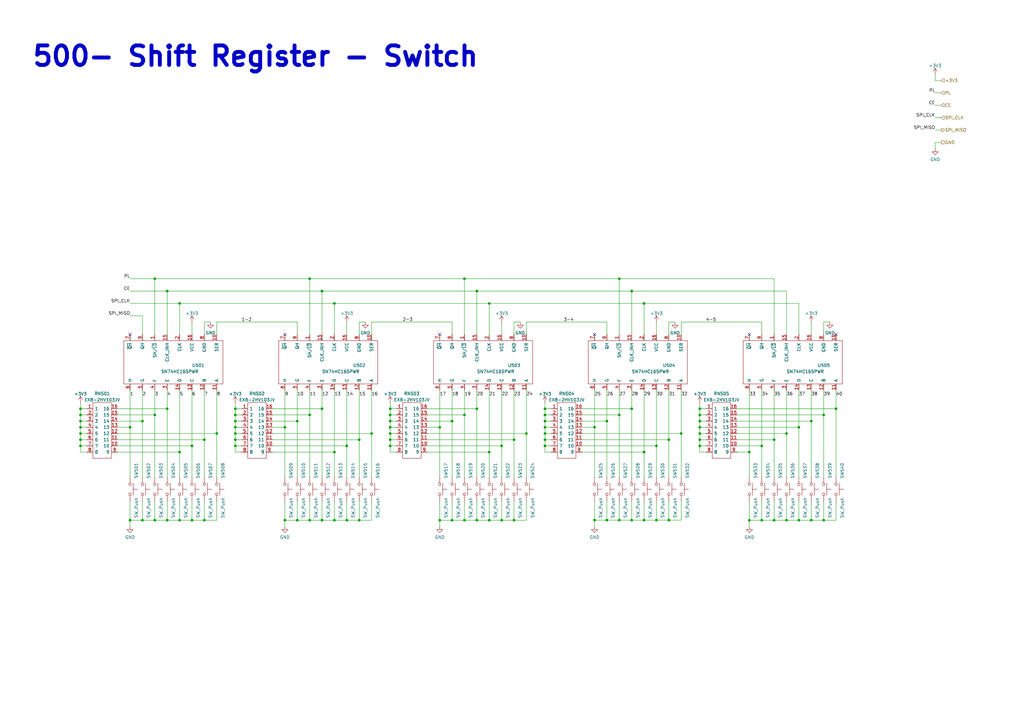
<source format=kicad_sch>
(kicad_sch (version 20230121) (generator eeschema)
  (paper "A3")
  (title_block (title "PMK_Keyboard") (date "2023-02-06") (rev "HW00") (company "PumaCorp") (comment 1 "Design by: NdG"))
  (lib_symbols
    (symbol "Component lib:EXB-2HV103JV" (pin_names (offset 0.762))
      (property "Reference" "RN" (at 1.27 7.62 0))
      (property "Value" "EXB-2HV103JV" (at 1.27 5.08 0))
      (symbol "EXB-2HV103JV_0_0"
        (pin passive line (at 0 0 0) (length 2.54) (name "1") (number "1"))
        (pin passive line (at 12.7 -15.24 180) (length 2.54) (name "10") (number "10"))
        (pin passive line (at 12.7 -12.7 180) (length 2.54) (name "11") (number "11"))
        (pin passive line (at 12.7 -10.16 180) (length 2.54) (name "12") (number "12"))
        (pin passive line (at 12.7 -7.62 180) (length 2.54) (name "13") (number "13"))
        (pin passive line (at 12.7 -5.08 180) (length 2.54) (name "14") (number "14"))
        (pin passive line (at 12.7 -2.54 180) (length 2.54) (name "15") (number "15"))
        (pin passive line (at 12.7 0 180) (length 2.54) (name "16") (number "16"))
        (pin passive line (at 0 -2.54 0) (length 2.54) (name "2") (number "2"))
        (pin passive line (at 0 -5.08 0) (length 2.54) (name "3") (number "3"))
        (pin passive line (at 0 -7.62 0) (length 2.54) (name "4") (number "4"))
        (pin passive line (at 0 -10.16 0) (length 2.54) (name "5") (number "5"))
        (pin passive line (at 0 -12.7 0) (length 2.54) (name "6") (number "6"))
        (pin passive line (at 0 -15.24 0) (length 2.54) (name "7") (number "7"))
        (pin passive line (at 0 -17.78 0) (length 2.54) (name "8") (number "8"))
        (pin passive line (at 12.7 -17.78 180) (length 2.54) (name "9") (number "9"))
      )
      (symbol "EXB-2HV103JV_0_1"
        (polyline (pts (xy 2.54 2.54) (xy 10.16 2.54) (xy 10.16 -20.32) (xy 2.54 -20.32) (xy 2.54 2.54)) (stroke (width 0.1524)))
      )
    )
    (symbol "Component_lib:SN74HC165PWR" (pin_names (offset 0.762))
      (property "Reference" "U" (at 2.54 5.08 0))
      (property "Value" "SN74HC165PWR" (at 7.62 5.08 0))
      (symbol "SN74HC165PWR_0_0"
        (pin passive line (at 22.86 -10.16 180) (length 2.54) (name "SH/~{LD}") (number "1"))
        (pin passive line (at 22.86 -35.56 180) (length 2.54) (name "SER") (number "10"))
        (pin passive line (at 0 -35.56 0) (length 2.54) (name "A") (number "11"))
        (pin passive line (at 0 -30.48 0) (length 2.54) (name "B") (number "12"))
        (pin passive line (at 0 -25.4 0) (length 2.54) (name "C") (number "13"))
        (pin passive line (at 0 -20.32 0) (length 2.54) (name "D") (number "14"))
        (pin passive line (at 22.86 -15.24 180) (length 2.54) (name "CLK_INH") (number "15"))
        (pin passive line (at 22.86 -25.4 180) (length 2.54) (name "VCC") (number "16"))
        (pin passive line (at 22.86 -20.32 180) (length 2.54) (name "CLK") (number "2"))
        (pin passive line (at 0 -15.24 0) (length 2.54) (name "E") (number "3"))
        (pin passive line (at 0 -10.16 0) (length 2.54) (name "F") (number "4"))
        (pin passive line (at 0 -5.08 0) (length 2.54) (name "G") (number "5"))
        (pin passive line (at 0 0 0) (length 2.54) (name "H") (number "6"))
        (pin passive line (at 22.86 0 180) (length 2.54) (name "~{QH}") (number "7"))
        (pin passive line (at 22.86 -30.48 180) (length 2.54) (name "GND") (number "8"))
        (pin passive line (at 22.86 -5.08 180) (length 2.54) (name "QH") (number "9"))
      )
      (symbol "SN74HC165PWR_0_1"
        (rectangle (start 2.54 2.54) (end 20.32 -38.1) (stroke (width 0.1524)))
      )
    )
    (symbol "Switch:SW_Push" (pin_numbers hide) (pin_names (offset 1.016) hide)
      (property "Reference" "SW" (at 1.27 2.54 0))
      (property "Value" "SW_Push" (at 0 -1.524 0))
      (symbol "SW_Push_0_1"
        (circle (center -2.032 0) (radius 0.508))
        (polyline (pts (xy 0 1.27) (xy 0 3.048)))
        (polyline (pts (xy 2.54 1.27) (xy -2.54 1.27)))
        (circle (center 2.032 0) (radius 0.508))
        (pin passive line (at -5.08 0 0) (length 2.54) (name "1") (number "1"))
        (pin passive line (at 5.08 0 180) (length 2.54) (name "2") (number "2"))
      )
    )
    (symbol "power:+3V3" (power) (pin_names (offset 0))
      (property "Value" "+3V3" (at 0 3.556 0))
      (symbol "+3V3_0_1"
        (polyline (pts (xy -0.762 1.27) (xy 0 2.54)))
        (polyline (pts (xy 0 0) (xy 0 2.54)))
        (polyline (pts (xy 0 2.54) (xy 0.762 1.27)))
      )
      (symbol "+3V3_1_1"
        (pin power_in line (at 0 0 90) (length 0) hide (name "+3V3") (number "1"))
      )
    )
    (symbol "power:GND" (power) (pin_names (offset 0))
      (property "Value" "GND" (at 0 -3.81 0))
      (symbol "GND_0_1"
        (polyline (pts (xy 0 0) (xy 0 -1.27) (xy 1.27 -1.27) (xy 0 -2.54) (xy -1.27 -1.27) (xy 0 -1.27)))
      )
      (symbol "GND_1_1"
        (pin power_in line (at 0 0 270) (length 0) hide (name "GND") (number "1"))
      )
    )
  )
  (junction (at 137.16 124.46))
  (junction (at 342.9 167.64))
  (junction (at 223.52 177.8))
  (junction (at 287.02 167.64))
  (junction (at 160.02 175.26))
  (junction (at 127 170.18))
  (junction (at 287.02 182.88))
  (junction (at 121.92 213.36))
  (junction (at 287.02 172.72))
  (junction (at 327.66 213.36))
  (junction (at 68.58 213.36))
  (junction (at 33.02 180.34))
  (junction (at 142.24 182.88))
  (junction (at 307.34 213.36))
  (junction (at 33.02 170.18))
  (junction (at 142.24 213.36))
  (junction (at 317.5 180.34))
  (junction (at 96.52 175.26))
  (junction (at 243.84 213.3229))
  (junction (at 337.82 213.36))
  (junction (at 132.08 213.36))
  (junction (at 190.5 114.3))
  (junction (at 137.16 213.36))
  (junction (at 190.5 213.36))
  (junction (at 223.52 180.34))
  (junction (at 33.02 167.64))
  (junction (at 33.02 182.88))
  (junction (at 83.82 180.34))
  (junction (at 63.5 170.18))
  (junction (at 307.34 185.42))
  (junction (at 185.42 213.36))
  (junction (at 147.32 180.34))
  (junction (at 127 213.36))
  (junction (at 33.02 177.8))
  (junction (at 254 213.3229))
  (junction (at 127 114.3))
  (junction (at 116.84 213.36))
  (junction (at 96.52 180.34))
  (junction (at 205.74 182.88))
  (junction (at 223.52 175.26))
  (junction (at 287.02 170.18))
  (junction (at 269.24 213.3229))
  (junction (at 73.66 124.46))
  (junction (at 58.42 213.36))
  (junction (at 160.02 180.34))
  (junction (at 287.02 180.34))
  (junction (at 185.42 172.72))
  (junction (at 248.92 172.72))
  (junction (at 243.84 175.26))
  (junction (at 195.58 213.36))
  (junction (at 53.34 213.36))
  (junction (at 248.92 213.3229))
  (junction (at 274.32 180.34))
  (junction (at 205.74 213.36))
  (junction (at 96.52 177.8))
  (junction (at 33.02 175.26))
  (junction (at 160.02 170.18))
  (junction (at 317.5 213.36))
  (junction (at 210.82 213.36))
  (junction (at 195.58 167.64))
  (junction (at 259.08 167.64))
  (junction (at 63.5 114.3))
  (junction (at 137.16 185.42))
  (junction (at 73.66 185.42))
  (junction (at 190.5 170.18))
  (junction (at 312.42 213.36))
  (junction (at 33.02 172.72))
  (junction (at 215.9 177.8))
  (junction (at 254 170.18))
  (junction (at 195.58 119.38))
  (junction (at 116.84 175.26))
  (junction (at 132.08 119.38))
  (junction (at 223.52 172.72))
  (junction (at 200.66 185.42))
  (junction (at 264.16 213.3229))
  (junction (at 223.52 170.18))
  (junction (at 210.82 180.34))
  (junction (at 200.66 124.46))
  (junction (at 274.32 213.3229))
  (junction (at 58.42 172.72))
  (junction (at 53.34 175.26))
  (junction (at 269.24 182.88))
  (junction (at 63.5 213.36))
  (junction (at 264.16 124.46))
  (junction (at 259.08 213.3229))
  (junction (at 96.52 167.64))
  (junction (at 287.02 175.26))
  (junction (at 287.02 177.8))
  (junction (at 83.82 213.36))
  (junction (at 78.74 213.36))
  (junction (at 96.52 182.88))
  (junction (at 96.52 172.72))
  (junction (at 73.66 213.36))
  (junction (at 322.58 177.8))
  (junction (at 279.4 177.8))
  (junction (at 96.52 170.18))
  (junction (at 327.66 175.26))
  (junction (at 332.74 213.36))
  (junction (at 259.08 119.38))
  (junction (at 312.42 182.88))
  (junction (at 121.92 172.72))
  (junction (at 337.82 170.18))
  (junction (at 180.34 175.26))
  (junction (at 132.08 167.64))
  (junction (at 180.34 213.36))
  (junction (at 322.58 213.36))
  (junction (at 78.74 182.88))
  (junction (at 160.02 172.72))
  (junction (at 160.02 177.8))
  (junction (at 68.58 167.64))
  (junction (at 160.02 167.64))
  (junction (at 223.52 167.64))
  (junction (at 88.9 177.8))
  (junction (at 223.52 182.88))
  (junction (at 264.16 185.42))
  (junction (at 147.32 213.36))
  (junction (at 68.58 119.38))
  (junction (at 200.66 213.36))
  (junction (at 332.74 172.72))
  (junction (at 160.02 182.88))
  (junction (at 152.4 177.8))
  (junction (at 254 114.3))
  (no_connect (at 180.34 137.16))
  (no_connect (at 342.9 137.16))
  (no_connect (at 307.34 137.16))
  (no_connect (at 53.34 137.16))
  (no_connect (at 243.84 137.16))
  (no_connect (at 116.84 137.16))
  (wire (pts (xy 205.74 205.74) (xy 205.74 213.36)))
  (wire (pts (xy 195.58 205.74) (xy 195.58 213.36)))
  (wire (pts (xy 33.02 175.26) (xy 33.02 177.8)))
  (wire (pts (xy 200.66 213.36) (xy 195.58 213.36)))
  (wire (pts (xy 185.42 160.02) (xy 185.42 172.72)))
  (wire (pts (xy 78.74 132.08) (xy 78.74 137.16)))
  (wire (pts (xy 132.08 213.36) (xy 127 213.36)))
  (wire (pts (xy 337.82 170.18) (xy 337.82 195.58)))
  (wire (pts (xy 274.32 180.34) (xy 274.32 195.58)))
  (wire (pts (xy 215.9 132.08) (xy 248.92 132.08)))
  (wire (pts (xy 127 205.74) (xy 127 213.36)))
  (wire (pts (xy 210.82 160.02) (xy 210.82 180.34)))
  (wire (pts (xy 215.9 137.16) (xy 215.9 132.08)))
  (wire (pts (xy 279.4 177.8) (xy 279.4 195.58)))
  (wire (pts (xy 287.02 172.72) (xy 287.02 175.26)))
  (wire (pts (xy 96.52 175.26) (xy 99.06 175.26)))
  (wire (pts (xy 190.5 114.3) (xy 190.5 137.16)))
  (wire (pts (xy 248.92 172.72) (xy 248.92 195.58)))
  (wire (pts (xy 200.66 205.74) (xy 200.66 213.36)))
  (wire (pts (xy 88.9 213.36) (xy 83.82 213.36)))
  (wire (pts (xy 337.82 132.08) (xy 337.82 137.16)))
  (wire (pts (xy 340.36 132.08) (xy 337.82 132.08)))
  (wire (pts (xy 142.24 182.88) (xy 142.24 195.58)))
  (wire (pts (xy 238.76 177.8) (xy 279.4 177.8)))
  (wire (pts (xy 185.42 213.36) (xy 185.42 205.74)))
  (wire (pts (xy 223.52 167.64) (xy 226.06 167.64)))
  (wire (pts (xy 88.9 205.74) (xy 88.9 213.36)))
  (wire (pts (xy 78.74 182.88) (xy 78.74 195.58)))
  (wire (pts (xy 327.66 124.46) (xy 327.66 137.16)))
  (wire (pts (xy 142.24 213.36) (xy 137.16 213.36)))
  (wire (pts (xy 322.58 177.8) (xy 322.58 195.58)))
  (wire (pts (xy 238.76 185.42) (xy 264.16 185.42)))
  (wire (pts (xy 86.36 132.08) (xy 83.82 132.08)))
  (wire (pts (xy 96.52 165.1) (xy 96.52 167.64)))
  (wire (pts (xy 195.58 160.02) (xy 195.58 167.64)))
  (wire (pts (xy 175.26 172.72) (xy 185.42 172.72)))
  (wire (pts (xy 264.16 160.02) (xy 264.16 185.42)))
  (wire (pts (xy 111.76 182.88) (xy 142.24 182.88)))
  (wire (pts (xy 307.34 160.02) (xy 307.34 185.42)))
  (wire (pts (xy 383.54 43.18) (xy 386.08 43.18)))
  (wire (pts (xy 33.02 167.64) (xy 33.02 170.18)))
  (wire (pts (xy 327.66 175.26) (xy 327.66 195.58)))
  (wire (pts (xy 223.52 177.8) (xy 223.52 180.34)))
  (wire (pts (xy 342.9 205.74) (xy 342.9 213.36)))
  (wire (pts (xy 96.52 172.72) (xy 96.52 175.26)))
  (wire (pts (xy 96.52 172.72) (xy 99.06 172.72)))
  (wire (pts (xy 264.16 124.46) (xy 327.66 124.46)))
  (wire (pts (xy 223.52 182.88) (xy 223.52 185.42)))
  (wire (pts (xy 254 114.3) (xy 317.5 114.3)))
  (wire (pts (xy 259.08 167.64) (xy 259.08 195.58)))
  (wire (pts (xy 48.26 177.8) (xy 88.9 177.8)))
  (wire (pts (xy 96.52 182.88) (xy 99.06 182.88)))
  (wire (pts (xy 342.9 213.36) (xy 337.82 213.36)))
  (wire (pts (xy 33.02 175.26) (xy 35.56 175.26)))
  (wire (pts (xy 302.26 180.34) (xy 317.5 180.34)))
  (wire (pts (xy 259.08 119.38) (xy 259.08 137.16)))
  (wire (pts (xy 223.52 170.18) (xy 223.52 172.72)))
  (wire (pts (xy 223.52 172.72) (xy 223.52 175.26)))
  (wire (pts (xy 215.9 213.36) (xy 210.82 213.36)))
  (wire (pts (xy 160.02 182.88) (xy 162.56 182.88)))
  (wire (pts (xy 200.66 124.46) (xy 200.66 137.16)))
  (wire (pts (xy 190.5 170.18) (xy 190.5 195.58)))
  (wire (pts (xy 53.34 215.9) (xy 53.34 213.36)))
  (wire (pts (xy 63.5 213.36) (xy 58.42 213.36)))
  (wire (pts (xy 137.16 160.02) (xy 137.16 185.42)))
  (wire (pts (xy 33.02 172.72) (xy 35.56 172.72)))
  (wire (pts (xy 147.32 213.36) (xy 142.24 213.36)))
  (wire (pts (xy 248.92 132.08) (xy 248.92 137.16)))
  (wire (pts (xy 88.9 177.8) (xy 88.9 195.58)))
  (wire (pts (xy 269.24 182.88) (xy 269.24 195.58)))
  (wire (pts (xy 58.42 213.36) (xy 58.42 205.74)))
  (wire (pts (xy 248.92 213.3229) (xy 248.92 205.74)))
  (wire (pts (xy 302.26 185.42) (xy 307.34 185.42)))
  (wire (pts (xy 160.02 167.64) (xy 162.56 167.64)))
  (wire (pts (xy 185.42 172.72) (xy 185.42 195.58)))
  (wire (pts (xy 287.02 180.34) (xy 287.02 182.88)))
  (wire (pts (xy 68.58 119.38) (xy 68.58 137.16)))
  (wire (pts (xy 337.82 213.36) (xy 332.74 213.36)))
  (wire (pts (xy 33.02 185.42) (xy 35.56 185.42)))
  (wire (pts (xy 127 114.3) (xy 190.5 114.3)))
  (wire (pts (xy 33.02 180.34) (xy 35.56 180.34)))
  (wire (pts (xy 68.58 167.64) (xy 68.58 195.58)))
  (wire (pts (xy 149.86 132.08) (xy 147.32 132.08)))
  (wire (pts (xy 287.02 182.88) (xy 289.56 182.88)))
  (wire (pts (xy 215.9 177.8) (xy 215.9 195.58)))
  (wire (pts (xy 121.92 172.72) (xy 121.92 195.58)))
  (wire (pts (xy 210.82 213.36) (xy 205.74 213.36)))
  (wire (pts (xy 287.02 185.42) (xy 289.56 185.42)))
  (wire (pts (xy 33.02 167.64) (xy 35.56 167.64)))
  (wire (pts (xy 63.5 205.74) (xy 63.5 213.36)))
  (wire (pts (xy 83.82 160.02) (xy 83.82 180.34)))
  (wire (pts (xy 327.66 160.02) (xy 327.66 175.26)))
  (wire (pts (xy 185.42 132.08) (xy 185.42 137.16)))
  (wire (pts (xy 175.26 185.42) (xy 200.66 185.42)))
  (wire (pts (xy 264.16 185.42) (xy 264.16 195.58)))
  (wire (pts (xy 33.02 172.72) (xy 33.02 175.26)))
  (wire (pts (xy 152.4 213.36) (xy 147.32 213.36)))
  (wire (pts (xy 223.52 180.34) (xy 223.52 182.88)))
  (wire (pts (xy 132.08 167.64) (xy 132.08 195.58)))
  (wire (pts (xy 254 160.02) (xy 254 170.18)))
  (wire (pts (xy 63.5 114.3) (xy 127 114.3)))
  (wire (pts (xy 127 213.36) (xy 121.92 213.36)))
  (wire (pts (xy 33.02 177.8) (xy 35.56 177.8)))
  (wire (pts (xy 116.84 175.26) (xy 116.84 195.58)))
  (wire (pts (xy 195.58 119.38) (xy 259.08 119.38)))
  (wire (pts (xy 73.66 160.02) (xy 73.66 185.42)))
  (wire (pts (xy 238.76 167.64) (xy 259.08 167.64)))
  (wire (pts (xy 152.4 177.8) (xy 152.4 195.58)))
  (wire (pts (xy 317.5 180.34) (xy 317.5 195.58)))
  (wire (pts (xy 254 170.18) (xy 254 195.58)))
  (wire (pts (xy 152.4 205.74) (xy 152.4 213.36)))
  (wire (pts (xy 279.4 132.08) (xy 312.42 132.08)))
  (wire (pts (xy 223.52 182.88) (xy 226.06 182.88)))
  (wire (pts (xy 322.58 160.02) (xy 322.58 177.8)))
  (wire (pts (xy 223.52 170.18) (xy 226.06 170.18)))
  (wire (pts (xy 254 213.3229) (xy 248.92 213.3229)))
  (wire (pts (xy 53.34 114.3) (xy 63.5 114.3)))
  (wire (pts (xy 160.02 165.1) (xy 160.02 167.64)))
  (wire (pts (xy 287.02 170.18) (xy 287.02 172.72)))
  (wire (pts (xy 195.58 119.38) (xy 195.58 137.16)))
  (wire (pts (xy 254 205.74) (xy 254 213.3229)))
  (wire (pts (xy 210.82 205.74) (xy 210.82 213.36)))
  (wire (pts (xy 269.24 213.3229) (xy 264.16 213.3229)))
  (wire (pts (xy 213.36 132.08) (xy 210.82 132.08)))
  (wire (pts (xy 88.9 137.16) (xy 88.9 132.08)))
  (wire (pts (xy 238.76 170.18) (xy 254 170.18)))
  (wire (pts (xy 287.02 167.64) (xy 289.56 167.64)))
  (wire (pts (xy 327.66 205.74) (xy 327.66 213.36)))
  (wire (pts (xy 287.02 177.8) (xy 289.56 177.8)))
  (wire (pts (xy 116.84 215.9) (xy 116.84 213.36)))
  (wire (pts (xy 215.9 205.74) (xy 215.9 213.36)))
  (wire (pts (xy 180.34 160.02) (xy 180.34 175.26)))
  (wire (pts (xy 223.52 177.8) (xy 226.06 177.8)))
  (wire (pts (xy 223.52 175.26) (xy 223.52 177.8)))
  (wire (pts (xy 147.32 180.34) (xy 147.32 195.58)))
  (wire (pts (xy 274.32 205.74) (xy 274.32 213.3229)))
  (wire (pts (xy 142.24 205.74) (xy 142.24 213.36)))
  (wire (pts (xy 68.58 213.36) (xy 63.5 213.36)))
  (wire (pts (xy 152.4 137.16) (xy 152.4 132.08)))
  (wire (pts (xy 243.84 160.02) (xy 243.84 175.26)))
  (wire (pts (xy 53.34 160.02) (xy 53.34 175.26)))
  (wire (pts (xy 383.54 58.42) (xy 383.54 60.96)))
  (wire (pts (xy 332.74 213.36) (xy 327.66 213.36)))
  (wire (pts (xy 160.02 170.18) (xy 162.56 170.18)))
  (wire (pts (xy 160.02 180.34) (xy 162.56 180.34)))
  (wire (pts (xy 322.58 213.36) (xy 317.5 213.36)))
  (wire (pts (xy 287.02 182.88) (xy 287.02 185.42)))
  (wire (pts (xy 160.02 167.64) (xy 160.02 170.18)))
  (wire (pts (xy 195.58 167.64) (xy 195.58 195.58)))
  (wire (pts (xy 287.02 165.1) (xy 287.02 167.64)))
  (wire (pts (xy 53.34 175.26) (xy 53.34 195.58)))
  (wire (pts (xy 152.4 160.02) (xy 152.4 177.8)))
  (wire (pts (xy 210.82 132.08) (xy 210.82 137.16)))
  (wire (pts (xy 96.52 170.18) (xy 99.06 170.18)))
  (wire (pts (xy 116.84 160.02) (xy 116.84 175.26)))
  (wire (pts (xy 317.5 114.3) (xy 317.5 137.16)))
  (wire (pts (xy 312.42 132.08) (xy 312.42 137.16)))
  (wire (pts (xy 142.24 160.02) (xy 142.24 182.88)))
  (wire (pts (xy 111.76 177.8) (xy 152.4 177.8)))
  (wire (pts (xy 287.02 170.18) (xy 289.56 170.18)))
  (wire (pts (xy 48.26 175.26) (xy 53.34 175.26)))
  (wire (pts (xy 287.02 177.8) (xy 287.02 180.34)))
  (wire (pts (xy 88.9 132.08) (xy 121.92 132.08)))
  (wire (pts (xy 48.26 172.72) (xy 58.42 172.72)))
  (wire (pts (xy 312.42 160.02) (xy 312.42 182.88)))
  (wire (pts (xy 317.5 213.36) (xy 312.42 213.36)))
  (wire (pts (xy 53.34 129.54) (xy 58.42 129.54)))
  (wire (pts (xy 383.54 48.26) (xy 386.08 48.26)))
  (wire (pts (xy 48.26 185.42) (xy 73.66 185.42)))
  (wire (pts (xy 332.74 205.74) (xy 332.74 213.36)))
  (wire (pts (xy 48.26 182.88) (xy 78.74 182.88)))
  (wire (pts (xy 111.76 167.64) (xy 132.08 167.64)))
  (wire (pts (xy 287.02 172.72) (xy 289.56 172.72)))
  (wire (pts (xy 180.34 213.36) (xy 185.42 213.36)))
  (wire (pts (xy 302.26 175.26) (xy 327.66 175.26)))
  (wire (pts (xy 205.74 213.36) (xy 200.66 213.36)))
  (wire (pts (xy 175.26 170.18) (xy 190.5 170.18)))
  (wire (pts (xy 142.24 132.08) (xy 142.24 137.16)))
  (wire (pts (xy 175.26 182.88) (xy 205.74 182.88)))
  (wire (pts (xy 53.34 119.38) (xy 68.58 119.38)))
  (wire (pts (xy 180.34 215.9) (xy 180.34 213.36)))
  (wire (pts (xy 210.82 180.34) (xy 210.82 195.58)))
  (wire (pts (xy 53.34 124.46) (xy 73.66 124.46)))
  (wire (pts (xy 223.52 175.26) (xy 226.06 175.26)))
  (wire (pts (xy 48.26 170.18) (xy 63.5 170.18)))
  (wire (pts (xy 96.52 180.34) (xy 99.06 180.34)))
  (wire (pts (xy 307.34 205.74) (xy 307.34 213.36)))
  (wire (pts (xy 223.52 167.64) (xy 223.52 170.18)))
  (wire (pts (xy 248.92 160.02) (xy 248.92 172.72)))
  (wire (pts (xy 132.08 205.74) (xy 132.08 213.36)))
  (wire (pts (xy 160.02 177.8) (xy 162.56 177.8)))
  (wire (pts (xy 116.84 213.36) (xy 121.92 213.36)))
  (wire (pts (xy 307.34 213.36) (xy 312.42 213.36)))
  (wire (pts (xy 78.74 160.02) (xy 78.74 182.88)))
  (wire (pts (xy 160.02 185.42) (xy 162.56 185.42)))
  (wire (pts (xy 279.4 213.3229) (xy 274.32 213.3229)))
  (wire (pts (xy 127 114.3) (xy 127 137.16)))
  (wire (pts (xy 259.08 205.74) (xy 259.08 213.3229)))
  (wire (pts (xy 190.5 213.36) (xy 185.42 213.36)))
  (wire (pts (xy 287.02 167.64) (xy 287.02 170.18)))
  (wire (pts (xy 33.02 170.18) (xy 35.56 170.18)))
  (wire (pts (xy 190.5 114.3) (xy 254 114.3)))
  (wire (pts (xy 274.32 132.08) (xy 276.86 132.08)))
  (wire (pts (xy 116.84 205.74) (xy 116.84 213.36)))
  (wire (pts (xy 53.34 205.74) (xy 53.34 213.36)))
  (wire (pts (xy 63.5 137.16) (xy 63.5 114.3)))
  (wire (pts (xy 111.76 185.42) (xy 137.16 185.42)))
  (wire (pts (xy 96.52 180.34) (xy 96.52 182.88)))
  (wire (pts (xy 332.74 160.02) (xy 332.74 172.72)))
  (wire (pts (xy 254 114.3) (xy 254 137.16)))
  (wire (pts (xy 383.54 30.48) (xy 383.54 33.02)))
  (wire (pts (xy 83.82 132.08) (xy 83.82 137.16)))
  (wire (pts (xy 127 160.02) (xy 127 170.18)))
  (wire (pts (xy 243.84 175.26) (xy 243.84 195.58)))
  (wire (pts (xy 238.76 180.34) (xy 274.32 180.34)))
  (wire (pts (xy 205.74 160.02) (xy 205.74 182.88)))
  (wire (pts (xy 132.08 119.38) (xy 195.58 119.38)))
  (wire (pts (xy 274.32 137.16) (xy 274.32 132.08)))
  (wire (pts (xy 147.32 205.74) (xy 147.32 213.36)))
  (wire (pts (xy 96.52 167.64) (xy 99.06 167.64)))
  (wire (pts (xy 73.66 185.42) (xy 73.66 195.58)))
  (wire (pts (xy 121.92 213.36) (xy 121.92 205.74)))
  (wire (pts (xy 322.58 205.74) (xy 322.58 213.36)))
  (wire (pts (xy 96.52 177.8) (xy 99.06 177.8)))
  (wire (pts (xy 121.92 132.08) (xy 121.92 137.16)))
  (wire (pts (xy 223.52 185.42) (xy 226.06 185.42)))
  (wire (pts (xy 287.02 175.26) (xy 289.56 175.26)))
  (wire (pts (xy 175.26 177.8) (xy 215.9 177.8)))
  (wire (pts (xy 243.84 215.9) (xy 243.84 213.3229)))
  (wire (pts (xy 332.74 172.72) (xy 332.74 195.58)))
  (wire (pts (xy 279.4 160.02) (xy 279.4 177.8)))
  (wire (pts (xy 259.08 160.02) (xy 259.08 167.64)))
  (wire (pts (xy 152.4 132.08) (xy 185.42 132.08)))
  (wire (pts (xy 83.82 205.74) (xy 83.82 213.36)))
  (wire (pts (xy 160.02 172.72) (xy 162.56 172.72)))
  (wire (pts (xy 269.24 205.74) (xy 269.24 213.3229)))
  (wire (pts (xy 238.76 175.26) (xy 243.84 175.26)))
  (wire (pts (xy 342.9 167.64) (xy 342.9 195.58)))
  (wire (pts (xy 332.74 132.08) (xy 332.74 137.16)))
  (wire (pts (xy 312.42 182.88) (xy 312.42 195.58)))
  (wire (pts (xy 317.5 205.74) (xy 317.5 213.36)))
  (wire (pts (xy 264.16 213.3229) (xy 259.08 213.3229)))
  (wire (pts (xy 111.76 170.18) (xy 127 170.18)))
  (wire (pts (xy 327.66 213.36) (xy 322.58 213.36)))
  (wire (pts (xy 200.66 160.02) (xy 200.66 185.42)))
  (wire (pts (xy 96.52 182.88) (xy 96.52 185.42)))
  (wire (pts (xy 83.82 213.36) (xy 78.74 213.36)))
  (wire (pts (xy 137.16 185.42) (xy 137.16 195.58)))
  (wire (pts (xy 180.34 205.74) (xy 180.34 213.36)))
  (wire (pts (xy 302.26 182.88) (xy 312.42 182.88)))
  (wire (pts (xy 83.82 180.34) (xy 83.82 195.58)))
  (wire (pts (xy 58.42 129.54) (xy 58.42 137.16)))
  (wire (pts (xy 312.42 213.36) (xy 312.42 205.74)))
  (wire (pts (xy 58.42 172.72) (xy 58.42 195.58)))
  (wire (pts (xy 274.32 213.3229) (xy 269.24 213.3229)))
  (wire (pts (xy 78.74 205.74) (xy 78.74 213.36)))
  (wire (pts (xy 322.58 119.38) (xy 322.58 137.16)))
  (wire (pts (xy 111.76 175.26) (xy 116.84 175.26)))
  (wire (pts (xy 337.82 205.74) (xy 337.82 213.36)))
  (wire (pts (xy 180.34 175.26) (xy 180.34 195.58)))
  (wire (pts (xy 73.66 137.16) (xy 73.66 124.46)))
  (wire (pts (xy 73.66 213.36) (xy 68.58 213.36)))
  (wire (pts (xy 287.02 180.34) (xy 289.56 180.34)))
  (wire (pts (xy 53.34 213.36) (xy 58.42 213.36)))
  (wire (pts (xy 223.52 180.34) (xy 226.06 180.34)))
  (wire (pts (xy 63.5 170.18) (xy 63.5 195.58)))
  (wire (pts (xy 175.26 167.64) (xy 195.58 167.64)))
  (wire (pts (xy 269.24 160.02) (xy 269.24 182.88)))
  (wire (pts (xy 337.82 160.02) (xy 337.82 170.18)))
  (wire (pts (xy 200.66 185.42) (xy 200.66 195.58)))
  (wire (pts (xy 111.76 172.72) (xy 121.92 172.72)))
  (wire (pts (xy 132.08 119.38) (xy 132.08 137.16)))
  (wire (pts (xy 259.08 119.38) (xy 322.58 119.38)))
  (wire (pts (xy 279.4 205.74) (xy 279.4 213.3229)))
  (wire (pts (xy 111.76 180.34) (xy 147.32 180.34)))
  (wire (pts (xy 160.02 175.26) (xy 162.56 175.26)))
  (wire (pts (xy 48.26 167.64) (xy 68.58 167.64)))
  (wire (pts (xy 160.02 180.34) (xy 160.02 182.88)))
  (wire (pts (xy 137.16 213.36) (xy 132.08 213.36)))
  (wire (pts (xy 58.42 160.02) (xy 58.42 172.72)))
  (wire (pts (xy 160.02 170.18) (xy 160.02 172.72)))
  (wire (pts (xy 175.26 180.34) (xy 210.82 180.34)))
  (wire (pts (xy 307.34 185.42) (xy 307.34 195.58)))
  (wire (pts (xy 96.52 170.18) (xy 96.52 172.72)))
  (wire (pts (xy 132.08 160.02) (xy 132.08 167.64)))
  (wire (pts (xy 96.52 167.64) (xy 96.52 170.18)))
  (wire (pts (xy 147.32 160.02) (xy 147.32 180.34)))
  (wire (pts (xy 264.16 205.74) (xy 264.16 213.3229)))
  (wire (pts (xy 73.66 124.46) (xy 137.16 124.46)))
  (wire (pts (xy 33.02 177.8) (xy 33.02 180.34)))
  (wire (pts (xy 238.76 172.72) (xy 248.92 172.72)))
  (wire (pts (xy 274.32 160.02) (xy 274.32 180.34)))
  (wire (pts (xy 33.02 170.18) (xy 33.02 172.72)))
  (wire (pts (xy 342.9 160.02) (xy 342.9 167.64)))
  (wire (pts (xy 302.26 172.72) (xy 332.74 172.72)))
  (wire (pts (xy 33.02 180.34) (xy 33.02 182.88)))
  (wire (pts (xy 160.02 172.72) (xy 160.02 175.26)))
  (wire (pts (xy 96.52 185.42) (xy 99.06 185.42)))
  (wire (pts (xy 205.74 182.88) (xy 205.74 195.58)))
  (wire (pts (xy 317.5 160.02) (xy 317.5 180.34)))
  (wire (pts (xy 68.58 160.02) (xy 68.58 167.64)))
  (wire (pts (xy 68.58 119.38) (xy 132.08 119.38)))
  (wire (pts (xy 137.16 124.46) (xy 200.66 124.46)))
  (wire (pts (xy 223.52 172.72) (xy 226.06 172.72)))
  (wire (pts (xy 160.02 182.88) (xy 160.02 185.42)))
  (wire (pts (xy 96.52 175.26) (xy 96.52 177.8)))
  (wire (pts (xy 190.5 205.74) (xy 190.5 213.36)))
  (wire (pts (xy 302.26 177.8) (xy 322.58 177.8)))
  (wire (pts (xy 121.92 160.02) (xy 121.92 172.72)))
  (wire (pts (xy 63.5 160.02) (xy 63.5 170.18)))
  (wire (pts (xy 205.74 132.08) (xy 205.74 137.16)))
  (wire (pts (xy 48.26 180.34) (xy 83.82 180.34)))
  (wire (pts (xy 137.16 205.74) (xy 137.16 213.36)))
  (wire (pts (xy 175.26 175.26) (xy 180.34 175.26)))
  (wire (pts (xy 302.26 170.18) (xy 337.82 170.18)))
  (wire (pts (xy 160.02 175.26) (xy 160.02 177.8)))
  (wire (pts (xy 127 170.18) (xy 127 195.58)))
  (wire (pts (xy 269.24 132.08) (xy 269.24 137.16)))
  (wire (pts (xy 243.84 213.3229) (xy 248.92 213.3229)))
  (wire (pts (xy 200.66 124.46) (xy 264.16 124.46)))
  (wire (pts (xy 137.16 124.46) (xy 137.16 137.16)))
  (wire (pts (xy 78.74 213.36) (xy 73.66 213.36)))
  (wire (pts (xy 302.26 167.64) (xy 342.9 167.64)))
  (wire (pts (xy 287.02 175.26) (xy 287.02 177.8)))
  (wire (pts (xy 259.08 213.3229) (xy 254 213.3229)))
  (wire (pts (xy 88.9 160.02) (xy 88.9 177.8)))
  (wire (pts (xy 264.16 124.46) (xy 264.16 137.16)))
  (wire (pts (xy 383.54 33.02) (xy 386.08 33.02)))
  (wire (pts (xy 307.34 215.9) (xy 307.34 213.36)))
  (wire (pts (xy 243.84 205.74) (xy 243.84 213.3229)))
  (wire (pts (xy 195.58 213.36) (xy 190.5 213.36)))
  (wire (pts (xy 223.52 165.1) (xy 223.52 167.64)))
  (wire (pts (xy 160.02 177.8) (xy 160.02 180.34)))
  (wire (pts (xy 383.54 53.34) (xy 386.08 53.34)))
  (wire (pts (xy 33.02 165.1) (xy 33.02 167.64)))
  (wire (pts (xy 190.5 160.02) (xy 190.5 170.18)))
  (wire (pts (xy 386.08 58.42) (xy 383.54 58.42)))
  (wire (pts (xy 215.9 160.02) (xy 215.9 177.8)))
  (wire (pts (xy 147.32 132.08) (xy 147.32 137.16)))
  (wire (pts (xy 238.76 182.88) (xy 269.24 182.88)))
  (wire (pts (xy 96.52 177.8) (xy 96.52 180.34)))
  (wire (pts (xy 73.66 205.74) (xy 73.66 213.36)))
  (wire (pts (xy 33.02 182.88) (xy 33.02 185.42)))
  (wire (pts (xy 383.54 38.1) (xy 386.08 38.1)))
  (wire (pts (xy 33.02 182.88) (xy 35.56 182.88)))
  (wire (pts (xy 68.58 205.74) (xy 68.58 213.36)))
  (wire (pts (xy 279.4 137.16) (xy 279.4 132.08)))
  (text "500- Shift Register - Switch" (at 12.7 27.94 0) (effects (font (size 8 8) (thickness 1.6) bold) (justify left bottom)))
  (label "17" (at 180.34 162.56 0))
  (label "3-4" (at 231.14 132.08 0))
  (label "9" (at 116.84 162.56 0))
  (label "6" (at 78.74 162.56 0))
  (label "33" (at 307.34 162.56 0))
  (label "29" (at 264.16 162.56 0))
  (label "25" (at 243.84 162.56 0))
  (label "8" (at 88.9 162.56 0))
  (label "SPI_CLK" (at 383.54 48.26 180))
  (label "5" (at 73.66 162.56 0))
  (label "28" (at 259.08 162.56 0))
  (label "40" (at 342.9 162.56 0))
  (label "21" (at 200.66 162.56 0))
  (label "15" (at 147.32 162.56 0))
  (label "18" (at 185.42 162.56 0))
  (label "16" (at 152.4 162.56 0))
  (label "13" (at 137.16 162.56 0))
  (label "3" (at 63.5 162.56 0))
  (label "PL" (at 383.54 38.1 180))
  (label "14" (at 142.24 162.56 0))
  (label "20" (at 195.58 162.56 0))
  (label "7" (at 83.82 162.56 0))
  (label "34" (at 312.42 162.56 0))
  (label "SPI_CLK" (at 53.34 124.46 180))
  (label "19" (at 190.5 162.56 0))
  (label "31" (at 274.32 162.56 0))
  (label "PL" (at 53.34 114.3 180))
  (label "22" (at 205.74 162.56 0))
  (label "10" (at 121.92 162.56 0))
  (label "26" (at 248.92 162.56 0))
  (label "37" (at 327.66 162.56 0))
  (label "4" (at 68.58 162.56 0))
  (label "23" (at 210.82 162.56 0))
  (label "24" (at 215.9 162.56 0))
  (label "11" (at 127 162.56 0))
  (label "CE" (at 383.54 43.18 180))
  (label "CE" (at 53.34 119.38 180))
  (label "2" (at 58.42 162.56 0))
  (label "36" (at 322.58 162.56 0))
  (label "4-5" (at 289.56 132.08 0))
  (label "30" (at 269.24 162.56 0))
  (label "39" (at 337.82 162.56 0))
  (label "12" (at 132.08 162.56 0))
  (label "38" (at 332.74 162.56 0))
  (label "27" (at 254 162.56 0))
  (label "SPI_MISO" (at 53.34 129.54 180))
  (label "1" (at 53.34 162.56 0))
  (label "32" (at 279.4 162.56 0))
  (label "35" (at 317.5 162.56 0))
  (label "2-3" (at 165.1 132.08 0))
  (label "1-2" (at 99.06 132.08 0))
  (label "SPI_MISO" (at 383.54 53.34 180))
  (hierarchical_label "SPI_MISO" (shape output) (at 386.08 53.34 0))
  (hierarchical_label "PL" (shape input) (at 386.08 38.1 0))
  (hierarchical_label "GND" (shape passive) (at 386.08 58.42 0))
  (hierarchical_label "CE" (shape input) (at 386.08 43.18 0))
  (hierarchical_label "SPI_CLK" (shape input) (at 386.08 48.26 0))
  (hierarchical_label "+3V3" (shape input) (at 386.08 33.02 0))
  (symbol (lib_id "Component lib:EXB-2HV103JV") (at 226.06 167.64 0) (unit 1)
    (property "Reference" "RN504" (at 232.41 161.451 0))
    (property "Value" "EXB-2HV103JV" (at 232.41 163.9879 0))
    (property "Footprint" "Component_lib:EXB2HV_1" (effects hide))
    (property "Datasheet" "https://industrial.panasonic.com/cdbs/www-data/pdf/AOC0000/AOC0000C14.pdf" (effects hide))
    (property "Description" "Resistor Networks & Arrays 10K OHM 5%" (effects hide))
    (property "Mouser Part Number" "667-EXB-2HV103JV" (effects hide))
    (property "Mouser Price/Stock" "https://www.mouser.co.uk/ProductDetail/Panasonic/EXB-2HV103JV?qs=oE3VwAv%2FYtnxG1PkyhflFQ%3D%3D" (effects hide))
    (property "Manufacturer_Name" "Panasonic" (effects hide))
    (property "Manufacturer_Part_Number" "EXB-2HV103JV" (effects hide))
  )
  (symbol (lib_id "Switch:SW_Push") (at 63.5 200.66 270) (unit 1)
    (property "Reference" "SW503" (at 66.04 193.04 0))
    (property "Value" "SW_Push" (at 66.04 208.28 0))
    (property "Footprint" "Component_lib:Kailh_socket_PG1350_reversible" (effects hide))
  )
  (symbol (lib_id "power:+3V3") (at 142.24 132.08 0) (unit 1)
    (property "Reference" "#PWR0505" (effects hide))
    (property "Value" "+3V3" (at 142.24 128.5042 0))
  )
  (symbol (lib_id "power:GND") (at 383.54 60.96 0) (unit 1)
    (property "Reference" "#PWR0502" (effects hide))
    (property "Value" "GND" (at 383.54 65.4034 0))
  )
  (symbol (lib_id "power:GND") (at 180.34 215.9 0) (unit 1)
    (property "Reference" "#PWR0520" (effects hide))
    (property "Value" "GND" (at 180.34 220.3434 0))
  )
  (symbol (lib_id "Switch:SW_Push") (at 58.42 200.66 270) (unit 1)
    (property "Reference" "SW502" (at 60.96 193.04 0))
    (property "Value" "SW_Push" (at 60.96 208.28 0))
    (property "Footprint" "Component_lib:Kailh_socket_PG1350_reversible" (effects hide))
  )
  (symbol (lib_id "Switch:SW_Push") (at 78.74 200.66 270) (unit 1)
    (property "Reference" "SW506" (at 81.28 193.04 0))
    (property "Value" "SW_Push" (at 81.28 208.28 0))
    (property "Footprint" "Component_lib:Kailh_socket_PG1350_reversible" (effects hide))
  )
  (symbol (lib_id "power:+3V3") (at 205.74 132.08 0) (unit 1)
    (property "Reference" "#PWR0507" (effects hide))
    (property "Value" "+3V3" (at 205.74 128.5042 0))
  )
  (symbol (lib_id "Switch:SW_Push") (at 88.9 200.66 270) (unit 1)
    (property "Reference" "SW508" (at 91.44 193.04 0))
    (property "Value" "SW_Push" (at 91.44 208.28 0))
    (property "Footprint" "Component_lib:Kailh_socket_PG1350_reversible" (effects hide))
  )
  (symbol (lib_id "Switch:SW_Push") (at 53.34 200.66 270) (unit 1)
    (property "Reference" "SW501" (at 55.88 193.04 0))
    (property "Value" "SW_Push" (at 55.88 208.28 0))
    (property "Footprint" "Component_lib:SKRPABE010" (effects hide))
  )
  (symbol (lib_id "power:GND") (at 276.86 132.08 0) (unit 1)
    (property "Reference" "#PWR0510" (effects hide))
    (property "Value" "GND" (at 276.86 136.5234 0))
  )
  (symbol (lib_id "Switch:SW_Push") (at 317.5 200.66 270) (unit 1)
    (property "Reference" "SW535" (at 320.04 193.04 0))
    (property "Value" "SW_Push" (at 320.04 208.28 0))
    (property "Footprint" "Component_lib:Kailh_socket_PG1350_reversible" (effects hide))
  )
  (symbol (lib_id "power:+3V3") (at 160.02 165.1 0) (unit 1)
    (property "Reference" "#PWR0515" (effects hide))
    (property "Value" "+3V3" (at 160.02 161.5242 0))
  )
  (symbol (lib_id "Switch:SW_Push") (at 205.74 200.66 270) (unit 1)
    (property "Reference" "SW522" (at 208.28 193.04 0))
    (property "Value" "SW_Push" (at 208.28 208.28 0))
    (property "Footprint" "Component_lib:Kailh_socket_PG1350_reversible" (effects hide))
  )
  (symbol (lib_id "Switch:SW_Push") (at 116.84 200.66 270) (unit 1)
    (property "Reference" "SW509" (at 119.38 193.04 0))
    (property "Value" "SW_Push" (at 119.38 208.28 0))
    (property "Footprint" "Component_lib:Kailh_socket_PG1350_reversible" (effects hide))
  )
  (symbol (lib_id "power:+3V3") (at 287.02 165.1 0) (unit 1)
    (property "Reference" "#PWR0517" (effects hide))
    (property "Value" "+3V3" (at 287.02 161.5242 0))
  )
  (symbol (lib_id "power:GND") (at 213.36 132.08 0) (unit 1)
    (property "Reference" "#PWR0508" (effects hide))
    (property "Value" "GND" (at 213.36 136.5234 0))
  )
  (symbol (lib_id "Switch:SW_Push") (at 132.08 200.66 270) (unit 1)
    (property "Reference" "SW512" (at 134.62 193.04 0))
    (property "Value" "SW_Push" (at 134.62 208.28 0))
    (property "Footprint" "Component_lib:Kailh_socket_PG1350_reversible" (effects hide))
  )
  (symbol (lib_id "power:+3V3") (at 383.54 30.48 0) (unit 1)
    (property "Reference" "#PWR0501" (effects hide))
    (property "Value" "+3V3" (at 383.54 26.9042 0))
  )
  (symbol (lib_id "Switch:SW_Push") (at 200.66 200.66 270) (unit 1)
    (property "Reference" "SW521" (at 203.2 193.04 0))
    (property "Value" "SW_Push" (at 203.2 208.28 0))
    (property "Footprint" "Component_lib:Kailh_socket_PG1350_reversible" (effects hide))
  )
  (symbol (lib_id "Switch:SW_Push") (at 215.9 200.66 270) (unit 1)
    (property "Reference" "SW524" (at 218.44 193.04 0))
    (property "Value" "SW_Push" (at 218.44 208.28 0))
    (property "Footprint" "Component_lib:Kailh_socket_PG1350_reversible" (effects hide))
  )
  (symbol (lib_id "power:+3V3") (at 223.52 165.1 0) (unit 1)
    (property "Reference" "#PWR0516" (effects hide))
    (property "Value" "+3V3" (at 223.52 161.5242 0))
  )
  (symbol (lib_id "power:+3V3") (at 33.02 165.1 0) (unit 1)
    (property "Reference" "#PWR0513" (effects hide))
    (property "Value" "+3V3" (at 33.02 161.5242 0))
  )
  (symbol (lib_id "Switch:SW_Push") (at 259.08 200.66 270) (unit 1)
    (property "Reference" "SW528" (at 261.62 193.04 0))
    (property "Value" "SW_Push" (at 261.62 208.28 0))
    (property "Footprint" "Component_lib:Kailh_socket_PG1350_reversible" (effects hide))
  )
  (symbol (lib_id "Switch:SW_Push") (at 342.9 200.66 270) (unit 1)
    (property "Reference" "SW540" (at 345.44 193.04 0))
    (property "Value" "SW_Push" (at 345.44 208.28 0))
    (property "Footprint" "Component_lib:Kailh_socket_PG1350_reversible" (effects hide))
  )
  (symbol (lib_id "power:+3V3") (at 332.74 132.08 0) (unit 1)
    (property "Reference" "#PWR0511" (effects hide))
    (property "Value" "+3V3" (at 332.74 128.5042 0))
  )
  (symbol (lib_id "Switch:SW_Push") (at 322.58 200.66 270) (unit 1)
    (property "Reference" "SW536" (at 325.12 193.04 0))
    (property "Value" "SW_Push" (at 325.12 208.28 0))
    (property "Footprint" "Component_lib:Kailh_socket_PG1350_reversible" (effects hide))
  )
  (symbol (lib_id "Switch:SW_Push") (at 83.82 200.66 270) (unit 1)
    (property "Reference" "SW507" (at 86.36 193.04 0))
    (property "Value" "SW_Push" (at 86.36 208.28 0))
    (property "Footprint" "Component_lib:Kailh_socket_PG1350_reversible" (effects hide))
  )
  (symbol (lib_id "Switch:SW_Push") (at 337.82 200.66 270) (unit 1)
    (property "Reference" "SW539" (at 340.36 193.04 0))
    (property "Value" "SW_Push" (at 340.36 208.28 0))
    (property "Footprint" "Component_lib:Kailh_socket_PG1350_reversible" (effects hide))
  )
  (symbol (lib_id "power:+3V3") (at 96.52 165.1 0) (unit 1)
    (property "Reference" "#PWR0514" (effects hide))
    (property "Value" "+3V3" (at 96.52 161.5242 0))
  )
  (symbol (lib_id "Component_lib:SN74HC165PWR") (at 307.34 160.02 90) (unit 1)
    (property "Reference" "U505" (at 335.28 149.86 90) (effects (justify right)))
    (property "Value" "SN74HC165PWR" (at 322.58 152.4 90) (effects (justify right)))
    (property "Footprint" "Component_lib:SOP65P640X120-16N" (effects hide))
    (property "Datasheet" "http://www.ti.com/lit/gpn/sn74hc165" (effects hide))
    (property "Description" "8-BIT PARALLEL-LOAD SHIFT REGISTERS" (effects hide))
    (property "Height" "1.2" (effects hide))
    (property "Mouser Part Number" "595-SN74HC165PWR" (effects hide))
    (property "Mouser Price/Stock" "https://www.mouser.co.uk/ProductDetail/Texas-Instruments/SN74HC165PWR?qs=6aLkNDRfRUZJuqbBwGFbQw%3D%3D" (effects hide))
    (property "Manufacturer_Name" "Texas Instruments" (effects hide))
    (property "Manufacturer_Part_Number" "SN74HC165PWR" (effects hide))
  )
  (symbol (lib_id "Switch:SW_Push") (at 180.34 200.66 270) (unit 1)
    (property "Reference" "SW517" (at 182.88 193.04 0))
    (property "Value" "SW_Push" (at 182.88 208.28 0))
    (property "Footprint" "Component_lib:Kailh_socket_PG1350_reversible" (effects hide))
  )
  (symbol (lib_id "Component_lib:SN74HC165PWR") (at 53.34 160.02 90) (unit 1)
    (property "Reference" "U501" (at 78.74 149.86 90) (effects (justify right)))
    (property "Value" "SN74HC165PWR" (at 66.04 152.4 90) (effects (justify right)))
    (property "Footprint" "Component_lib:SOP65P640X120-16N" (effects hide))
    (property "Datasheet" "http://www.ti.com/lit/gpn/sn74hc165" (effects hide))
    (property "Description" "8-BIT PARALLEL-LOAD SHIFT REGISTERS" (effects hide))
    (property "Height" "1.2" (effects hide))
    (property "Mouser Part Number" "595-SN74HC165PWR" (effects hide))
    (property "Mouser Price/Stock" "https://www.mouser.co.uk/ProductDetail/Texas-Instruments/SN74HC165PWR?qs=6aLkNDRfRUZJuqbBwGFbQw%3D%3D" (effects hide))
    (property "Manufacturer_Name" "Texas Instruments" (effects hide))
    (property "Manufacturer_Part_Number" "SN74HC165PWR" (effects hide))
  )
  (symbol (lib_id "Switch:SW_Push") (at 190.5 200.66 270) (unit 1)
    (property "Reference" "SW519" (at 193.04 193.04 0))
    (property "Value" "SW_Push" (at 193.04 208.28 0))
    (property "Footprint" "Component_lib:Kailh_socket_PG1350_reversible" (effects hide))
  )
  (symbol (lib_id "Switch:SW_Push") (at 152.4 200.66 270) (unit 1)
    (property "Reference" "SW516" (at 154.94 193.04 0))
    (property "Value" "SW_Push" (at 154.94 208.28 0))
    (property "Footprint" "Component_lib:Kailh_socket_PG1350_reversible" (effects hide))
  )
  (symbol (lib_id "power:GND") (at 307.34 215.9 0) (unit 1)
    (property "Reference" "#PWR0522" (effects hide))
    (property "Value" "GND" (at 307.34 220.3434 0))
  )
  (symbol (lib_id "Switch:SW_Push") (at 327.66 200.66 270) (unit 1)
    (property "Reference" "SW537" (at 330.2 193.04 0))
    (property "Value" "SW_Push" (at 330.2 208.28 0))
    (property "Footprint" "Component_lib:Kailh_socket_PG1350_reversible" (effects hide))
  )
  (symbol (lib_id "Switch:SW_Push") (at 248.92 200.66 270) (unit 1)
    (property "Reference" "SW526" (at 251.46 193.04 0))
    (property "Value" "SW_Push" (at 251.46 208.28 0))
    (property "Footprint" "Component_lib:Kailh_socket_PG1350_reversible" (effects hide))
  )
  (symbol (lib_id "power:+3V3") (at 269.24 132.08 0) (unit 1)
    (property "Reference" "#PWR0509" (effects hide))
    (property "Value" "+3V3" (at 269.24 128.5042 0))
  )
  (symbol (lib_id "Switch:SW_Push") (at 264.16 200.66 270) (unit 1)
    (property "Reference" "SW529" (at 266.7 193.04 0))
    (property "Value" "SW_Push" (at 266.7 208.28 0))
    (property "Footprint" "Component_lib:Kailh_socket_PG1350_reversible" (effects hide))
  )
  (symbol (lib_id "Switch:SW_Push") (at 274.32 200.66 270) (unit 1)
    (property "Reference" "SW531" (at 276.86 193.04 0))
    (property "Value" "SW_Push" (at 276.86 208.28 0))
    (property "Footprint" "Component_lib:Kailh_socket_PG1350_reversible" (effects hide))
  )
  (symbol (lib_id "Switch:SW_Push") (at 195.58 200.66 270) (unit 1)
    (property "Reference" "SW520" (at 198.12 193.04 0))
    (property "Value" "SW_Push" (at 198.12 208.28 0))
    (property "Footprint" "Component_lib:Kailh_socket_PG1350_reversible" (effects hide))
  )
  (symbol (lib_id "Switch:SW_Push") (at 254 200.66 270) (unit 1)
    (property "Reference" "SW527" (at 256.54 193.04 0))
    (property "Value" "SW_Push" (at 256.54 208.28 0))
    (property "Footprint" "Component_lib:Kailh_socket_PG1350_reversible" (effects hide))
  )
  (symbol (lib_id "Switch:SW_Push") (at 312.42 200.66 270) (unit 1)
    (property "Reference" "SW534" (at 314.96 193.04 0))
    (property "Value" "SW_Push" (at 314.96 208.28 0))
    (property "Footprint" "Component_lib:Kailh_socket_PG1350_reversible" (effects hide))
  )
  (symbol (lib_id "Component_lib:SN74HC165PWR") (at 243.84 160.02 90) (unit 1)
    (property "Reference" "U504" (at 271.78 149.86 90) (effects (justify right)))
    (property "Value" "SN74HC165PWR" (at 259.08 152.4 90) (effects (justify right)))
    (property "Footprint" "Component_lib:SOP65P640X120-16N" (effects hide))
    (property "Datasheet" "http://www.ti.com/lit/gpn/sn74hc165" (effects hide))
    (property "Description" "8-BIT PARALLEL-LOAD SHIFT REGISTERS" (effects hide))
    (property "Height" "1.2" (effects hide))
    (property "Mouser Part Number" "595-SN74HC165PWR" (effects hide))
    (property "Mouser Price/Stock" "https://www.mouser.co.uk/ProductDetail/Texas-Instruments/SN74HC165PWR?qs=6aLkNDRfRUZJuqbBwGFbQw%3D%3D" (effects hide))
    (property "Manufacturer_Name" "Texas Instruments" (effects hide))
    (property "Manufacturer_Part_Number" "SN74HC165PWR" (effects hide))
  )
  (symbol (lib_id "Switch:SW_Push") (at 269.24 200.66 270) (unit 1)
    (property "Reference" "SW530" (at 271.78 193.04 0))
    (property "Value" "SW_Push" (at 271.78 208.28 0))
    (property "Footprint" "Component_lib:Kailh_socket_PG1350_reversible" (effects hide))
  )
  (symbol (lib_id "Switch:SW_Push") (at 121.92 200.66 270) (unit 1)
    (property "Reference" "SW510" (at 124.46 193.04 0))
    (property "Value" "SW_Push" (at 124.46 208.28 0))
    (property "Footprint" "Component_lib:Kailh_socket_PG1350_reversible" (effects hide))
  )
  (symbol (lib_id "power:GND") (at 149.86 132.08 0) (unit 1)
    (property "Reference" "#PWR0506" (effects hide))
    (property "Value" "GND" (at 149.86 136.5234 0))
  )
  (symbol (lib_id "Switch:SW_Push") (at 73.66 200.66 270) (unit 1)
    (property "Reference" "SW505" (at 76.2 193.04 0))
    (property "Value" "SW_Push" (at 76.2 208.28 0))
    (property "Footprint" "Component_lib:Kailh_socket_PG1350_reversible" (effects hide))
  )
  (symbol (lib_id "Component_lib:SN74HC165PWR") (at 116.84 160.02 90) (unit 1)
    (property "Reference" "U502" (at 144.78 149.86 90) (effects (justify right)))
    (property "Value" "SN74HC165PWR" (at 132.08 152.4 90) (effects (justify right)))
    (property "Footprint" "Component_lib:SOP65P640X120-16N" (effects hide))
    (property "Datasheet" "http://www.ti.com/lit/gpn/sn74hc165" (effects hide))
    (property "Description" "8-BIT PARALLEL-LOAD SHIFT REGISTERS" (effects hide))
    (property "Height" "1.2" (effects hide))
    (property "Mouser Part Number" "595-SN74HC165PWR" (effects hide))
    (property "Mouser Price/Stock" "https://www.mouser.co.uk/ProductDetail/Texas-Instruments/SN74HC165PWR?qs=6aLkNDRfRUZJuqbBwGFbQw%3D%3D" (effects hide))
    (property "Manufacturer_Name" "Texas Instruments" (effects hide))
    (property "Manufacturer_Part_Number" "SN74HC165PWR" (effects hide))
  )
  (symbol (lib_id "power:+3V3") (at 78.74 132.08 0) (unit 1)
    (property "Reference" "#PWR0503" (effects hide))
    (property "Value" "+3V3" (at 78.74 128.5042 0))
  )
  (symbol (lib_id "Component lib:EXB-2HV103JV") (at 162.56 167.64 0) (unit 1)
    (property "Reference" "RN503" (at 168.91 161.451 0))
    (property "Value" "EXB-2HV103JV" (at 168.91 163.9879 0))
    (property "Footprint" "Component_lib:EXB2HV_1" (effects hide))
    (property "Datasheet" "https://industrial.panasonic.com/cdbs/www-data/pdf/AOC0000/AOC0000C14.pdf" (effects hide))
    (property "Description" "Resistor Networks & Arrays 10K OHM 5%" (effects hide))
    (property "Mouser Part Number" "667-EXB-2HV103JV" (effects hide))
    (property "Mouser Price/Stock" "https://www.mouser.co.uk/ProductDetail/Panasonic/EXB-2HV103JV?qs=oE3VwAv%2FYtnxG1PkyhflFQ%3D%3D" (effects hide))
    (property "Manufacturer_Name" "Panasonic" (effects hide))
    (property "Manufacturer_Part_Number" "EXB-2HV103JV" (effects hide))
  )
  (symbol (lib_id "power:GND") (at 340.36 132.08 0) (unit 1)
    (property "Reference" "#PWR0512" (effects hide))
    (property "Value" "GND" (at 340.36 136.5234 0))
  )
  (symbol (lib_id "Switch:SW_Push") (at 147.32 200.66 270) (unit 1)
    (property "Reference" "SW515" (at 149.86 193.04 0))
    (property "Value" "SW_Push" (at 149.86 208.28 0))
    (property "Footprint" "Component_lib:Kailh_socket_PG1350_reversible" (effects hide))
  )
  (symbol (lib_id "Switch:SW_Push") (at 332.74 200.66 270) (unit 1)
    (property "Reference" "SW538" (at 335.28 193.04 0))
    (property "Value" "SW_Push" (at 335.28 208.28 0))
    (property "Footprint" "Component_lib:Kailh_socket_PG1350_reversible" (effects hide))
  )
  (symbol (lib_id "Switch:SW_Push") (at 185.42 200.66 270) (unit 1)
    (property "Reference" "SW518" (at 187.96 193.04 0))
    (property "Value" "SW_Push" (at 187.96 208.28 0))
    (property "Footprint" "Component_lib:Kailh_socket_PG1350_reversible" (effects hide))
  )
  (symbol (lib_id "Switch:SW_Push") (at 210.82 200.66 270) (unit 1)
    (property "Reference" "SW523" (at 213.36 193.04 0))
    (property "Value" "SW_Push" (at 213.36 208.28 0))
    (property "Footprint" "Component_lib:Kailh_socket_PG1350_reversible" (effects hide))
  )
  (symbol (lib_id "power:GND") (at 243.84 215.9 0) (unit 1)
    (property "Reference" "#PWR0521" (effects hide))
    (property "Value" "GND" (at 243.84 220.3434 0))
  )
  (symbol (lib_id "power:GND") (at 116.84 215.9 0) (unit 1)
    (property "Reference" "#PWR0519" (effects hide))
    (property "Value" "GND" (at 116.84 220.3434 0))
  )
  (symbol (lib_id "power:GND") (at 86.36 132.08 0) (unit 1)
    (property "Reference" "#PWR0504" (effects hide))
    (property "Value" "GND" (at 86.36 136.5234 0))
  )
  (symbol (lib_id "Switch:SW_Push") (at 127 200.66 270) (unit 1)
    (property "Reference" "SW511" (at 129.54 193.04 0))
    (property "Value" "SW_Push" (at 129.54 208.28 0))
    (property "Footprint" "Component_lib:Kailh_socket_PG1350_reversible" (effects hide))
  )
  (symbol (lib_id "Switch:SW_Push") (at 279.4 200.66 270) (unit 1)
    (property "Reference" "SW532" (at 281.94 193.04 0))
    (property "Value" "SW_Push" (at 281.94 208.28 0))
    (property "Footprint" "Component_lib:Kailh_socket_PG1350_reversible" (effects hide))
  )
  (symbol (lib_id "Switch:SW_Push") (at 137.16 200.66 270) (unit 1)
    (property "Reference" "SW513" (at 139.7 193.04 0))
    (property "Value" "SW_Push" (at 139.7 208.28 0))
    (property "Footprint" "Component_lib:Kailh_socket_PG1350_reversible" (effects hide))
  )
  (symbol (lib_id "Component lib:EXB-2HV103JV") (at 289.56 167.64 0) (unit 1)
    (property "Reference" "RN505" (at 295.91 161.451 0))
    (property "Value" "EXB-2HV103JV" (at 295.91 163.9879 0))
    (property "Footprint" "Component_lib:EXB2HV_1" (effects hide))
    (property "Datasheet" "https://industrial.panasonic.com/cdbs/www-data/pdf/AOC0000/AOC0000C14.pdf" (effects hide))
    (property "Description" "Resistor Networks & Arrays 10K OHM 5%" (effects hide))
    (property "Mouser Part Number" "667-EXB-2HV103JV" (effects hide))
    (property "Mouser Price/Stock" "https://www.mouser.co.uk/ProductDetail/Panasonic/EXB-2HV103JV?qs=oE3VwAv%2FYtnxG1PkyhflFQ%3D%3D" (effects hide))
    (property "Manufacturer_Name" "Panasonic" (effects hide))
    (property "Manufacturer_Part_Number" "EXB-2HV103JV" (effects hide))
  )
  (symbol (lib_id "Switch:SW_Push") (at 142.24 200.66 270) (unit 1)
    (property "Reference" "SW514" (at 144.78 193.04 0))
    (property "Value" "SW_Push" (at 144.78 208.28 0))
    (property "Footprint" "Component_lib:Kailh_socket_PG1350_reversible" (effects hide))
  )
  (symbol (lib_id "Switch:SW_Push") (at 243.84 200.66 270) (unit 1)
    (property "Reference" "SW525" (at 246.38 193.04 0))
    (property "Value" "SW_Push" (at 246.38 208.28 0))
    (property "Footprint" "Component_lib:Kailh_socket_PG1350_reversible" (effects hide))
  )
  (symbol (lib_id "Component lib:EXB-2HV103JV") (at 35.56 167.64 0) (unit 1)
    (property "Reference" "RN501" (at 41.91 161.451 0))
    (property "Value" "EXB-2HV103JV" (at 41.91 163.9879 0))
    (property "Footprint" "Component_lib:EXB2HV_1" (effects hide))
    (property "Datasheet" "https://industrial.panasonic.com/cdbs/www-data/pdf/AOC0000/AOC0000C14.pdf" (effects hide))
    (property "Description" "Resistor Networks & Arrays 10K OHM 5%" (effects hide))
    (property "Mouser Part Number" "667-EXB-2HV103JV" (effects hide))
    (property "Mouser Price/Stock" "https://www.mouser.co.uk/ProductDetail/Panasonic/EXB-2HV103JV?qs=oE3VwAv%2FYtnxG1PkyhflFQ%3D%3D" (effects hide))
    (property "Manufacturer_Name" "Panasonic" (effects hide))
    (property "Manufacturer_Part_Number" "EXB-2HV103JV" (effects hide))
  )
  (symbol (lib_id "Switch:SW_Push") (at 307.34 200.66 270) (unit 1)
    (property "Reference" "SW533" (at 309.88 193.04 0))
    (property "Value" "SW_Push" (at 309.88 208.28 0))
    (property "Footprint" "Component_lib:Kailh_socket_PG1350_reversible" (effects hide))
  )
  (symbol (lib_id "power:GND") (at 53.34 215.9 0) (unit 1)
    (property "Reference" "#PWR0518" (effects hide))
    (property "Value" "GND" (at 53.34 220.3434 0))
  )
  (symbol (lib_id "Switch:SW_Push") (at 68.58 200.66 270) (unit 1)
    (property "Reference" "SW504" (at 71.12 193.04 0))
    (property "Value" "SW_Push" (at 71.12 208.28 0))
    (property "Footprint" "Component_lib:Kailh_socket_PG1350_reversible" (effects hide))
  )
  (symbol (lib_id "Component lib:EXB-2HV103JV") (at 99.06 167.64 0) (unit 1)
    (property "Reference" "RN502" (at 105.41 161.451 0))
    (property "Value" "EXB-2HV103JV" (at 105.41 163.9879 0))
    (property "Footprint" "Component_lib:EXB2HV_1" (effects hide))
    (property "Datasheet" "https://industrial.panasonic.com/cdbs/www-data/pdf/AOC0000/AOC0000C14.pdf" (effects hide))
    (property "Description" "Resistor Networks & Arrays 10K OHM 5%" (effects hide))
    (property "Mouser Part Number" "667-EXB-2HV103JV" (effects hide))
    (property "Mouser Price/Stock" "https://www.mouser.co.uk/ProductDetail/Panasonic/EXB-2HV103JV?qs=oE3VwAv%2FYtnxG1PkyhflFQ%3D%3D" (effects hide))
    (property "Manufacturer_Name" "Panasonic" (effects hide))
    (property "Manufacturer_Part_Number" "EXB-2HV103JV" (effects hide))
  )
  (symbol (lib_id "Component_lib:SN74HC165PWR") (at 180.34 160.02 90) (unit 1)
    (property "Reference" "U503" (at 208.28 149.86 90) (effects (justify right)))
    (property "Value" "SN74HC165PWR" (at 195.58 152.4 90) (effects (justify right)))
    (property "Footprint" "Component_lib:SOP65P640X120-16N" (effects hide))
    (property "Datasheet" "http://www.ti.com/lit/gpn/sn74hc165" (effects hide))
    (property "Description" "8-BIT PARALLEL-LOAD SHIFT REGISTERS" (effects hide))
    (property "Height" "1.2" (effects hide))
    (property "Mouser Part Number" "595-SN74HC165PWR" (effects hide))
    (property "Mouser Price/Stock" "https://www.mouser.co.uk/ProductDetail/Texas-Instruments/SN74HC165PWR?qs=6aLkNDRfRUZJuqbBwGFbQw%3D%3D" (effects hide))
    (property "Manufacturer_Name" "Texas Instruments" (effects hide))
    (property "Manufacturer_Part_Number" "SN74HC165PWR" (effects hide))
  )
)
</source>
